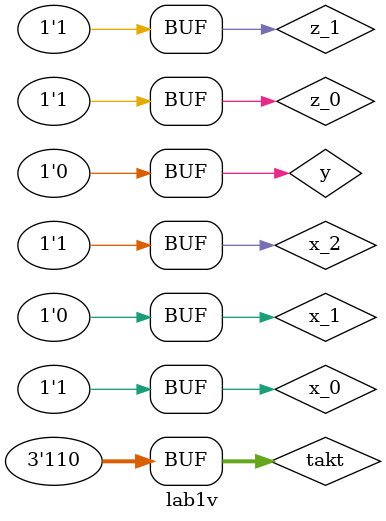
<source format=v>
 
 module lab1v;
//output y,z_0,z_1;
//logic
reg
 x_0,x_1,x_2;
//logic
wire 
y,z_0,z_1;

reg [2:0]
  takt ;
initial   begin
   x_0='b0;
   x_1='b0;
for (takt=0;takt!=6;takt=takt+1)
    begin
    #20  x_0=takt[0];
           x_1= takt[1];
           x_2= takt[2];
    end
end
assign #6  y =  x_0 && x_1 && ~x_2,
 z_0 =   y || x_0 && x_2 || ~x_0 && ~x_2 ,
 z_1 =   y || x_0 &&  ~x_1; 
endmodule 

</source>
